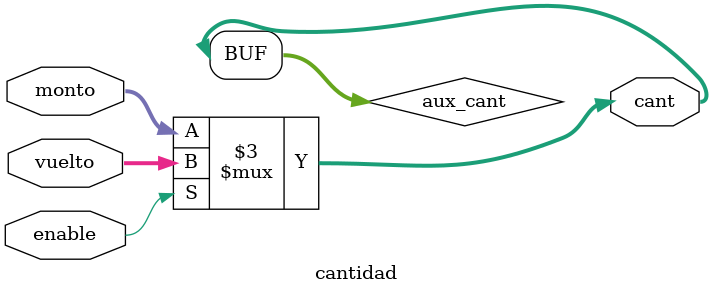
<source format=sv>
module cantidad (monto, vuelto, enable, cant);

input logic [11:0] monto, vuelto;
input logic enable;
output logic [11:0] cant;
logic [11:0] aux_cant;

	always_comb
	begin
		if (enable)
			aux_cant = vuelto;
		else
			aux_cant = monto;
	end
	assign cant = aux_cant;

endmodule 
</source>
